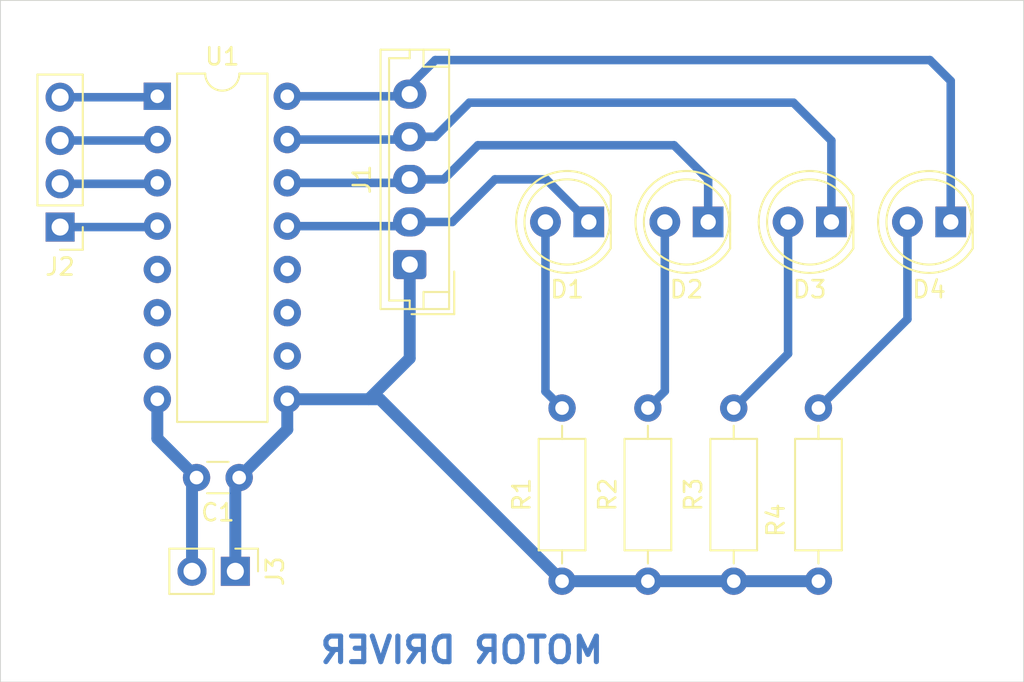
<source format=kicad_pcb>
(kicad_pcb (version 20240108) (generator "pcbnew") (generator_version "8.0")
  (layers (0 "F.Cu" signal) (31 "B.Cu" signal) (36 "B.SilkS" user "B.Silkscreen") (37 "F.SilkS" user "F.Silkscreen") (38 "B.Mask" user) (39 "F.Mask" user) (44 "Edge.Cuts" user))
  (net 0 "")
  (net 1 "GND")
  (net 2 "+5V")
  (net 3 "/LED1")
  (net 4 "/LED2")
  (net 5 "/LED3")
  (net 6 "/LED4")
  (net 7 "/OP3")
  (net 8 "/OP1")
  (net 9 "/OP2")
  (net 10 "/OP4")
  (net 11 "/IN4")
  (net 12 "/IN1")
  (net 13 "/IN2")
  (net 14 "/IN3")
  (footprint "LED_THT:LED_D5.0mm" (layer "F.Cu") (at 174.725 109 180)
    (property "Reference" "D3" (at 1.27 -3.96 0) (layer "F.SilkS"))
    (property "Value" "LED")
    (fp_line (start -1.29 -1.545) (end -1.29 1.545) (stroke (width 0.12)) (layer "F.SilkS"))
    (fp_arc (start 4.26 -0.000462) (mid 2.072002 2.880433) (end -1.29 1.54483) (stroke (width 0.12)) (layer "F.SilkS"))
    (fp_arc (start -1.29 -1.54483) (mid 2.072002 -2.880433) (end 4.26 0.000462) (stroke (width 0.12)) (layer "F.SilkS"))
    (fp_circle (center 1.27 0) (end 3.77 0) (stroke (width 0.12)) (fill none) (layer "F.SilkS"))
    (pad "1" thru_hole rect (at 0 0 180) (size 1.8 1.8) (drill 0.9) (layers "*.Cu" "*.Mask") (net 9 "/OP2"))
    (pad "2" thru_hole circle (at 2.54 0 180) (size 1.8 1.8) (drill 0.9) (layers "*.Cu" "*.Mask") (net 5 "/LED3"))
  )
  (footprint "LED_THT:LED_D5.0mm" (layer "F.Cu") (at 160.5 109 180)
    (property "Reference" "D1" (at 1.27 -3.96 0) (layer "F.SilkS"))
    (property "Value" "LED")
    (fp_line (start -1.29 -1.545) (end -1.29 1.545) (stroke (width 0.12)) (layer "F.SilkS"))
    (fp_arc (start 4.26 -0.000462) (mid 2.072002 2.880433) (end -1.29 1.54483) (stroke (width 0.12)) (layer "F.SilkS"))
    (fp_arc (start -1.29 -1.54483) (mid 2.072002 -2.880433) (end 4.26 0.000462) (stroke (width 0.12)) (layer "F.SilkS"))
    (fp_circle (center 1.27 0) (end 3.77 0) (stroke (width 0.12)) (fill none) (layer "F.SilkS"))
    (pad "1" thru_hole rect (at 0 0 180) (size 1.8 1.8) (drill 0.9) (layers "*.Cu" "*.Mask") (net 10 "/OP4"))
    (pad "2" thru_hole circle (at 2.54 0 180) (size 1.8 1.8) (drill 0.9) (layers "*.Cu" "*.Mask") (net 3 "/LED1"))
  )
  (footprint "Connector_PinHeader_2.54mm:PinHeader_1x02_P2.54mm_Vertical" (layer "F.Cu") (at 139.775 129.5 -90)
    (property "Reference" "J3" (at 0 -2.33 -90) (layer "F.SilkS"))
    (property "Value" "Conn_01x02_Pin")
    (fp_line (start -1.33 3.87) (end 1.33 3.87) (stroke (width 0.12)) (layer "F.SilkS"))
    (fp_line (start -1.33 1.27) (end -1.33 3.87) (stroke (width 0.12)) (layer "F.SilkS"))
    (fp_line (start -1.33 1.27) (end 1.33 1.27) (stroke (width 0.12)) (layer "F.SilkS"))
    (fp_line (start 1.33 1.27) (end 1.33 3.87) (stroke (width 0.12)) (layer "F.SilkS"))
    (fp_line (start -1.33 0) (end -1.33 -1.33) (stroke (width 0.12)) (layer "F.SilkS"))
    (fp_line (start -1.33 -1.33) (end 0 -1.33) (stroke (width 0.12)) (layer "F.SilkS"))
    (pad "1" thru_hole rect (at 0 0 270) (size 1.7 1.7) (drill 1) (layers "*.Cu" "*.Mask") (net 2 "+5V"))
    (pad "2" thru_hole oval (at 0 2.54 270) (size 1.7 1.7) (drill 1) (layers "*.Cu" "*.Mask") (net 1 "GND"))
  )
  (footprint "Connector_JST:JST_EH_B5B-EH-A_1x05_P2.50mm_Vertical" (layer "F.Cu") (at 150 111.5 90)
    (property "Reference" "J1" (at 5 -2.8 90) (layer "F.SilkS"))
    (property "Value" "Conn_01x05_Pin")
    (fp_line (start 12.61 -1.71) (end -2.61 -1.71) (stroke (width 0.12)) (layer "F.SilkS"))
    (fp_line (start -2.61 -1.71) (end -2.61 2.31) (stroke (width 0.12)) (layer "F.SilkS"))
    (fp_line (start 12.11 -1.21) (end 12.11 0) (stroke (width 0.12)) (layer "F.SilkS"))
    (fp_line (start -2.11 -1.21) (end 12.11 -1.21) (stroke (width 0.12)) (layer "F.SilkS"))
    (fp_line (start 12.11 0) (end 12.61 0) (stroke (width 0.12)) (layer "F.SilkS"))
    (fp_line (start -2.11 0) (end -2.11 -1.21) (stroke (width 0.12)) (layer "F.SilkS"))
    (fp_line (start -2.61 0) (end -2.11 0) (stroke (width 0.12)) (layer "F.SilkS"))
    (fp_line (start -2.91 0.11) (end -2.91 2.61) (stroke (width 0.12)) (layer "F.SilkS"))
    (fp_line (start 12.61 0.81) (end 11.61 0.81) (stroke (width 0.12)) (layer "F.SilkS"))
    (fp_line (start 11.61 0.81) (end 11.61 2.31) (stroke (width 0.12)) (layer "F.SilkS"))
    (fp_line (start -1.61 0.81) (end -1.61 2.31) (stroke (width 0.12)) (layer "F.SilkS"))
    (fp_line (start -2.61 0.81) (end -1.61 0.81) (stroke (width 0.12)) (layer "F.SilkS"))
    (fp_line (start 12.61 2.31) (end 12.61 -1.71) (stroke (width 0.12)) (layer "F.SilkS"))
    (fp_line (start -2.61 2.31) (end 12.61 2.31) (stroke (width 0.12)) (layer "F.SilkS"))
    (fp_line (start -2.91 2.61) (end -0.41 2.61) (stroke (width 0.12)) (layer "F.SilkS"))
    (pad "1" thru_hole roundrect (at 0 0 90) (size 1.7 1.95) (drill 0.95) (layers "*.Cu" "*.Mask") (roundrect_rratio 0.147059) (net 2 "+5V"))
    (pad "2" thru_hole oval (at 2.5 0 90) (size 1.7 1.95) (drill 0.95) (layers "*.Cu" "*.Mask") (net 10 "/OP4"))
    (pad "3" thru_hole oval (at 5 0 90) (size 1.7 1.95) (drill 0.95) (layers "*.Cu" "*.Mask") (net 7 "/OP3"))
    (pad "4" thru_hole oval (at 7.5 0 90) (size 1.7 1.95) (drill 0.95) (layers "*.Cu" "*.Mask") (net 9 "/OP2"))
    (pad "5" thru_hole oval (at 10 0 90) (size 1.7 1.95) (drill 0.95) (layers "*.Cu" "*.Mask") (net 8 "/OP1"))
  )
  (footprint "Resistor_THT:R_Axial_DIN0207_L6.3mm_D2.5mm_P10.16mm_Horizontal" (layer "F.Cu") (at 158.933334 130.08 90)
    (property "Reference" "R1" (at 5.08 -2.37 90) (layer "F.SilkS"))
    (property "Value" "1k")
    (fp_line (start 8.35 -1.37) (end 1.81 -1.37) (stroke (width 0.12)) (layer "F.SilkS"))
    (fp_line (start 1.81 -1.37) (end 1.81 1.37) (stroke (width 0.12)) (layer "F.SilkS"))
    (fp_line (start 9.12 0) (end 8.35 0) (stroke (width 0.12)) (layer "F.SilkS"))
    (fp_line (start 1.04 0) (end 1.81 0) (stroke (width 0.12)) (layer "F.SilkS"))
    (fp_line (start 8.35 1.37) (end 8.35 -1.37) (stroke (width 0.12)) (layer "F.SilkS"))
    (fp_line (start 1.81 1.37) (end 8.35 1.37) (stroke (width 0.12)) (layer "F.SilkS"))
    (pad "1" thru_hole circle (at 0 0 90) (size 1.6 1.6) (drill 0.8) (layers "*.Cu" "*.Mask") (net 2 "+5V"))
    (pad "2" thru_hole oval (at 10.16 0 90) (size 1.6 1.6) (drill 0.8) (layers "*.Cu" "*.Mask") (net 3 "/LED1"))
  )
  (footprint "Capacitor_THT:C_Disc_D3.0mm_W1.6mm_P2.50mm" (layer "F.Cu") (at 140 124 180)
    (property "Reference" "C1" (at 1.25 -2.05 360) (layer "F.SilkS"))
    (property "Value" "100uf")
    (fp_line (start 0.621 0.92) (end 1.879 0.92) (stroke (width 0.12)) (layer "F.SilkS"))
    (fp_line (start 0.621 -0.92) (end 1.879 -0.92) (stroke (width 0.12)) (layer "F.SilkS"))
    (pad "1" thru_hole circle (at 0 0 180) (size 1.6 1.6) (drill 0.8) (layers "*.Cu" "*.Mask") (net 2 "+5V"))
    (pad "2" thru_hole circle (at 2.5 0 180) (size 1.6 1.6) (drill 0.8) (layers "*.Cu" "*.Mask") (net 1 "GND"))
  )
  (footprint "Resistor_THT:R_Axial_DIN0207_L6.3mm_D2.5mm_P10.16mm_Horizontal" (layer "F.Cu") (at 163.966667 130.08 90)
    (property "Reference" "R2" (at 5.08 -2.37 90) (layer "F.SilkS"))
    (property "Value" "1k")
    (fp_line (start 8.35 -1.37) (end 1.81 -1.37) (stroke (width 0.12)) (layer "F.SilkS"))
    (fp_line (start 1.81 -1.37) (end 1.81 1.37) (stroke (width 0.12)) (layer "F.SilkS"))
    (fp_line (start 9.12 0) (end 8.35 0) (stroke (width 0.12)) (layer "F.SilkS"))
    (fp_line (start 1.04 0) (end 1.81 0) (stroke (width 0.12)) (layer "F.SilkS"))
    (fp_line (start 8.35 1.37) (end 8.35 -1.37) (stroke (width 0.12)) (layer "F.SilkS"))
    (fp_line (start 1.81 1.37) (end 8.35 1.37) (stroke (width 0.12)) (layer "F.SilkS"))
    (pad "1" thru_hole circle (at 0 0 90) (size 1.6 1.6) (drill 0.8) (layers "*.Cu" "*.Mask") (net 2 "+5V"))
    (pad "2" thru_hole oval (at 10.16 0 90) (size 1.6 1.6) (drill 0.8) (layers "*.Cu" "*.Mask") (net 4 "/LED2"))
  )
  (footprint "Resistor_THT:R_Axial_DIN0207_L6.3mm_D2.5mm_P10.16mm_Horizontal" (layer "F.Cu") (at 169 130.08 90)
    (property "Reference" "R3" (at 5.08 -2.37 90) (layer "F.SilkS"))
    (property "Value" "1k")
    (fp_line (start 8.35 -1.37) (end 1.81 -1.37) (stroke (width 0.12)) (layer "F.SilkS"))
    (fp_line (start 1.81 -1.37) (end 1.81 1.37) (stroke (width 0.12)) (layer "F.SilkS"))
    (fp_line (start 9.12 0) (end 8.35 0) (stroke (width 0.12)) (layer "F.SilkS"))
    (fp_line (start 1.04 0) (end 1.81 0) (stroke (width 0.12)) (layer "F.SilkS"))
    (fp_line (start 8.35 1.37) (end 8.35 -1.37) (stroke (width 0.12)) (layer "F.SilkS"))
    (fp_line (start 1.81 1.37) (end 8.35 1.37) (stroke (width 0.12)) (layer "F.SilkS"))
    (pad "1" thru_hole circle (at 0 0 90) (size 1.6 1.6) (drill 0.8) (layers "*.Cu" "*.Mask") (net 2 "+5V"))
    (pad "2" thru_hole oval (at 10.16 0 90) (size 1.6 1.6) (drill 0.8) (layers "*.Cu" "*.Mask") (net 5 "/LED3"))
  )
  (footprint "Package_DIP:DIP-16_W7.62mm" (layer "F.Cu") (at 135.2 101.625)
    (property "Reference" "U1" (at 3.81 -2.33 0) (layer "F.SilkS"))
    (property "Value" "ULN2003A")
    (fp_line (start 1.16 -1.33) (end 1.16 19.11) (stroke (width 0.12)) (layer "F.SilkS"))
    (fp_line (start 1.16 19.11) (end 6.46 19.11) (stroke (width 0.12)) (layer "F.SilkS"))
    (fp_line (start 2.81 -1.33) (end 1.16 -1.33) (stroke (width 0.12)) (layer "F.SilkS"))
    (fp_line (start 6.46 -1.33) (end 4.81 -1.33) (stroke (width 0.12)) (layer "F.SilkS"))
    (fp_line (start 6.46 19.11) (end 6.46 -1.33) (stroke (width 0.12)) (layer "F.SilkS"))
    (fp_arc (start 4.81 -1.33) (mid 3.81 -0.33) (end 2.81 -1.33) (stroke (width 0.12)) (layer "F.SilkS"))
    (pad "1" thru_hole rect (at 0 0) (size 1.6 1.6) (drill 0.8) (layers "*.Cu" "*.Mask") (net 11 "/IN4"))
    (pad "2" thru_hole oval (at 0 2.54) (size 1.6 1.6) (drill 0.8) (layers "*.Cu" "*.Mask") (net 14 "/IN3"))
    (pad "3" thru_hole oval (at 0 5.08) (size 1.6 1.6) (drill 0.8) (layers "*.Cu" "*.Mask") (net 13 "/IN2"))
    (pad "4" thru_hole oval (at 0 7.62) (size 1.6 1.6) (drill 0.8) (layers "*.Cu" "*.Mask") (net 12 "/IN1"))
    (pad "5" thru_hole oval (at 0 10.16) (size 1.6 1.6) (drill 0.8) (layers "*.Cu" "*.Mask"))
    (pad "6" thru_hole oval (at 0 12.7) (size 1.6 1.6) (drill 0.8) (layers "*.Cu" "*.Mask"))
    (pad "7" thru_hole oval (at 0 15.24) (size 1.6 1.6) (drill 0.8) (layers "*.Cu" "*.Mask"))
    (pad "8" thru_hole oval (at 0 17.78) (size 1.6 1.6) (drill 0.8) (layers "*.Cu" "*.Mask") (net 1 "GND"))
    (pad "9" thru_hole oval (at 7.62 17.78) (size 1.6 1.6) (drill 0.8) (layers "*.Cu" "*.Mask") (net 2 "+5V"))
    (pad "10" thru_hole oval (at 7.62 15.24) (size 1.6 1.6) (drill 0.8) (layers "*.Cu" "*.Mask"))
    (pad "11" thru_hole oval (at 7.62 12.7) (size 1.6 1.6) (drill 0.8) (layers "*.Cu" "*.Mask"))
    (pad "12" thru_hole oval (at 7.62 10.16) (size 1.6 1.6) (drill 0.8) (layers "*.Cu" "*.Mask"))
    (pad "13" thru_hole oval (at 7.62 7.62) (size 1.6 1.6) (drill 0.8) (layers "*.Cu" "*.Mask") (net 10 "/OP4"))
    (pad "14" thru_hole oval (at 7.62 5.08) (size 1.6 1.6) (drill 0.8) (layers "*.Cu" "*.Mask") (net 7 "/OP3"))
    (pad "15" thru_hole oval (at 7.62 2.54) (size 1.6 1.6) (drill 0.8) (layers "*.Cu" "*.Mask") (net 9 "/OP2"))
    (pad "16" thru_hole oval (at 7.62 0) (size 1.6 1.6) (drill 0.8) (layers "*.Cu" "*.Mask") (net 8 "/OP1"))
  )
  (footprint "Connector_PinHeader_2.54mm:PinHeader_1x04_P2.54mm_Vertical" (layer "F.Cu") (at 129.5 109.3 180)
    (property "Reference" "J2" (at 0 -2.33 0) (layer "F.SilkS"))
    (property "Value" "Conn_01x04_Pin")
    (fp_line (start 1.33 1.27) (end 1.33 8.95) (stroke (width 0.12)) (layer "F.SilkS"))
    (fp_line (start -1.33 8.95) (end 1.33 8.95) (stroke (width 0.12)) (layer "F.SilkS"))
    (fp_line (start -1.33 1.27) (end 1.33 1.27) (stroke (width 0.12)) (layer "F.SilkS"))
    (fp_line (start -1.33 1.27) (end -1.33 8.95) (stroke (width 0.12)) (layer "F.SilkS"))
    (fp_line (start -1.33 0) (end -1.33 -1.33) (stroke (width 0.12)) (layer "F.SilkS"))
    (fp_line (start -1.33 -1.33) (end 0 -1.33) (stroke (width 0.12)) (layer "F.SilkS"))
    (pad "1" thru_hole rect (at 0 0 180) (size 1.7 1.7) (drill 1) (layers "*.Cu" "*.Mask") (net 12 "/IN1"))
    (pad "2" thru_hole oval (at 0 2.54 180) (size 1.7 1.7) (drill 1) (layers "*.Cu" "*.Mask") (net 13 "/IN2"))
    (pad "3" thru_hole oval (at 0 5.08 180) (size 1.7 1.7) (drill 1) (layers "*.Cu" "*.Mask") (net 14 "/IN3"))
    (pad "4" thru_hole oval (at 0 7.62 180) (size 1.7 1.7) (drill 1) (layers "*.Cu" "*.Mask") (net 11 "/IN4"))
  )
  (footprint "LED_THT:LED_D5.0mm" (layer "F.Cu") (at 167.5 109 180)
    (property "Reference" "D2" (at 1.27 -3.96 0) (layer "F.SilkS"))
    (property "Value" "LED")
    (fp_line (start -1.29 -1.545) (end -1.29 1.545) (stroke (width 0.12)) (layer "F.SilkS"))
    (fp_arc (start 4.26 -0.000462) (mid 2.072002 2.880433) (end -1.29 1.54483) (stroke (width 0.12)) (layer "F.SilkS"))
    (fp_arc (start -1.29 -1.54483) (mid 2.072002 -2.880433) (end 4.26 0.000462) (stroke (width 0.12)) (layer "F.SilkS"))
    (fp_circle (center 1.27 0) (end 3.77 0) (stroke (width 0.12)) (fill none) (layer "F.SilkS"))
    (pad "1" thru_hole rect (at 0 0 180) (size 1.8 1.8) (drill 0.9) (layers "*.Cu" "*.Mask") (net 7 "/OP3"))
    (pad "2" thru_hole circle (at 2.54 0 180) (size 1.8 1.8) (drill 0.9) (layers "*.Cu" "*.Mask") (net 4 "/LED2"))
  )
  (footprint "LED_THT:LED_D5.0mm" (layer "F.Cu") (at 181.725 109 180)
    (property "Reference" "D4" (at 1.27 -3.96 0) (layer "F.SilkS"))
    (property "Value" "LED")
    (fp_line (start -1.29 -1.545) (end -1.29 1.545) (stroke (width 0.12)) (layer "F.SilkS"))
    (fp_arc (start 4.26 -0.000462) (mid 2.072002 2.880433) (end -1.29 1.54483) (stroke (width 0.12)) (layer "F.SilkS"))
    (fp_arc (start -1.29 -1.54483) (mid 2.072002 -2.880433) (end 4.26 0.000462) (stroke (width 0.12)) (layer "F.SilkS"))
    (fp_circle (center 1.27 0) (end 3.77 0) (stroke (width 0.12)) (fill none) (layer "F.SilkS"))
    (pad "1" thru_hole rect (at 0 0 180) (size 1.8 1.8) (drill 0.9) (layers "*.Cu" "*.Mask") (net 8 "/OP1"))
    (pad "2" thru_hole circle (at 2.54 0 180) (size 1.8 1.8) (drill 0.9) (layers "*.Cu" "*.Mask") (net 6 "/LED4"))
  )
  (footprint "Resistor_THT:R_Axial_DIN0207_L6.3mm_D2.5mm_P10.16mm_Horizontal" (layer "F.Cu") (at 173.966667 130.08 90)
    (property "Reference" "R4" (at 3.58 -2.5 90) (layer "F.SilkS"))
    (property "Value" "1k")
    (fp_line (start 8.35 -1.37) (end 1.81 -1.37) (stroke (width 0.12)) (layer "F.SilkS"))
    (fp_line (start 1.81 -1.37) (end 1.81 1.37) (stroke (width 0.12)) (layer "F.SilkS"))
    (fp_line (start 9.12 0) (end 8.35 0) (stroke (width 0.12)) (layer "F.SilkS"))
    (fp_line (start 1.04 0) (end 1.81 0) (stroke (width 0.12)) (layer "F.SilkS"))
    (fp_line (start 8.35 1.37) (end 8.35 -1.37) (stroke (width 0.12)) (layer "F.SilkS"))
    (fp_line (start 1.81 1.37) (end 8.35 1.37) (stroke (width 0.12)) (layer "F.SilkS"))
    (pad "1" thru_hole circle (at 0 0 90) (size 1.6 1.6) (drill 0.8) (layers "*.Cu" "*.Mask") (net 2 "+5V"))
    (pad "2" thru_hole oval (at 10.16 0 90) (size 1.6 1.6) (drill 0.8) (layers "*.Cu" "*.Mask") (net 6 "/LED4"))
  )
  (gr_rect (start 126 96) (end 186 136) (stroke (width 0.05)) (fill none) (layer "Edge.Cuts"))
  (gr_text "MOTOR DRIVER" (at 161.5 135 0) (layer "B.Cu") (effects (font (size 1.5 1.5) (thickness 0.3) (bold yes)) (justify left bottom mirror)))
  (segment (start 135.2 121.7) (end 137.5 124) (width 0.7) (layer "B.Cu") (net 1))
  (segment (start 137.235 129.5) (end 137.235 124.265) (width 0.7) (layer "B.Cu") (net 1))
  (segment (start 135.2 119.405) (end 135.2 121.7) (width 0.7) (layer "B.Cu") (net 1))
  (segment (start 137.235 124.265) (end 137.5 124) (width 0.7) (layer "B.Cu") (net 1))
  (segment (start 140 129.5) (end 140.08 129.58) (width 0.7) (layer "B.Cu") (net 2))
  (segment (start 139.775 124.225) (end 140 124) (width 0.7) (layer "B.Cu") (net 2))
  (segment (start 148.258334 119.405) (end 147.595 119.405) (width 0.7) (layer "B.Cu") (net 2))
  (segment (start 158.933334 130.08) (end 173.966667 130.08) (width 0.7) (layer "B.Cu") (net 2))
  (segment (start 142.82 119.405) (end 147.595 119.405) (width 0.7) (layer "B.Cu") (net 2))
  (segment (start 139.775 129.5) (end 140 129.5) (width 0.7) (layer "B.Cu") (net 2))
  (segment (start 142.82 119.405) (end 142.82 121.18) (width 0.7) (layer "B.Cu") (net 2))
  (segment (start 147.595 119.405) (end 150 117) (width 0.7) (layer "B.Cu") (net 2))
  (segment (start 139.775 129.5) (end 139.775 124.225) (width 0.7) (layer "B.Cu") (net 2))
  (segment (start 142.82 121.18) (end 140 124) (width 0.7) (layer "B.Cu") (net 2))
  (segment (start 158.933334 130.08) (end 148.258334 119.405) (width 0.7) (layer "B.Cu") (net 2))
  (segment (start 150 117) (end 150 111.5) (width 0.7) (layer "B.Cu") (net 2))
  (segment (start 157.96 118.946666) (end 158.933334 119.92) (width 0.5) (layer "B.Cu") (net 3))
  (segment (start 158.085 109.125) (end 157.96 109) (width 0.5) (layer "B.Cu") (net 3))
  (segment (start 157.96 109) (end 157.96 118.946666) (width 0.5) (layer "B.Cu") (net 3))
  (segment (start 164.96 118.926667) (end 163.966667 119.92) (width 0.5) (layer "B.Cu") (net 4))
  (segment (start 164.96 109) (end 164.96 118.926667) (width 0.5) (layer "B.Cu") (net 4))
  (segment (start 172.185 116.735) (end 169 119.92) (width 0.5) (layer "B.Cu") (net 5))
  (segment (start 172.185 109) (end 172.185 116.735) (width 0.5) (layer "B.Cu") (net 5))
  (segment (start 179.185 109) (end 179.185 114.701667) (width 0.5) (layer "B.Cu") (net 6))
  (segment (start 179.185 114.701667) (end 173.966667 119.92) (width 0.5) (layer "B.Cu") (net 6))
  (segment (start 150 106.5) (end 152 106.5) (width 0.5) (layer "B.Cu") (net 7))
  (segment (start 154 104.5) (end 165.5 104.5) (width 0.5) (layer "B.Cu") (net 7))
  (segment (start 152 106.5) (end 154 104.5) (width 0.5) (layer "B.Cu") (net 7))
  (segment (start 167.5 106.5) (end 167.5 109) (width 0.5) (layer "B.Cu") (net 7))
  (segment (start 142.82 106.705) (end 149.795 106.705) (width 0.5) (layer "B.Cu") (net 7))
  (segment (start 149.795 106.705) (end 150 106.5) (width 0.5) (layer "B.Cu") (net 7))
  (segment (start 165.5 104.5) (end 167.5 106.5) (width 0.5) (layer "B.Cu") (net 7))
  (segment (start 143.025 106.5) (end 142.82 106.705) (width 0.5) (layer "B.Cu") (net 7))
  (segment (start 150 101) (end 151.5 99.5) (width 0.5) (layer "B.Cu") (net 8))
  (segment (start 180.5 99.5) (end 181.725 100.725) (width 0.5) (layer "B.Cu") (net 8))
  (segment (start 181.725 100.725) (end 181.725 109) (width 0.5) (layer "B.Cu") (net 8))
  (segment (start 150 101.5) (end 150 101) (width 0.5) (layer "B.Cu") (net 8))
  (segment (start 149.875 101.625) (end 150 101.5) (width 0.5) (layer "B.Cu") (net 8))
  (segment (start 142.945 101.5) (end 142.82 101.625) (width 0.5) (layer "B.Cu") (net 8))
  (segment (start 151.5 99.5) (end 180.5 99.5) (width 0.5) (layer "B.Cu") (net 8))
  (segment (start 142.82 101.625) (end 149.875 101.625) (width 0.5) (layer "B.Cu") (net 8))
  (segment (start 150 104) (end 151.5 104) (width 0.5) (layer "B.Cu") (net 9))
  (segment (start 151.5 104) (end 153.5 102) (width 0.5) (layer "B.Cu") (net 9))
  (segment (start 174.725 104.225) (end 174.725 109) (width 0.5) (layer "B.Cu") (net 9))
  (segment (start 149.835 104.165) (end 150 104) (width 0.5) (layer "B.Cu") (net 9))
  (segment (start 142.985 104) (end 142.82 104.165) (width 0.5) (layer "B.Cu") (net 9))
  (segment (start 150.066667 103.933333) (end 150 104) (width 0.5) (layer "B.Cu") (net 9))
  (segment (start 172.5 102) (end 174.725 104.225) (width 0.5) (layer "B.Cu") (net 9))
  (segment (start 153.5 102) (end 172.5 102) (width 0.5) (layer "B.Cu") (net 9))
  (segment (start 142.82 104.165) (end 149.835 104.165) (width 0.5) (layer "B.Cu") (net 9))
  (segment (start 150 109) (end 152.5 109) (width 0.5) (layer "B.Cu") (net 10))
  (segment (start 143.065 109) (end 142.82 109.245) (width 0.5) (layer "B.Cu") (net 10))
  (segment (start 158 106.5) (end 160.5 109) (width 0.5) (layer "B.Cu") (net 10))
  (segment (start 149.755 109.245) (end 150 109) (width 0.5) (layer "B.Cu") (net 10))
  (segment (start 155 106.5) (end 158 106.5) (width 0.5) (layer "B.Cu") (net 10))
  (segment (start 142.82 109.245) (end 149.755 109.245) (width 0.5) (layer "B.Cu") (net 10))
  (segment (start 152.5 109) (end 155 106.5) (width 0.5) (layer "B.Cu") (net 10))
  (segment (start 135.145 101.68) (end 135.2 101.625) (width 0.5) (layer "B.Cu") (net 11))
  (segment (start 129.5 101.68) (end 135.145 101.68) (width 0.5) (layer "B.Cu") (net 11))
  (segment (start 135.145 109.3) (end 135.2 109.245) (width 0.5) (layer "B.Cu") (net 12))
  (segment (start 129.5 109.3) (end 135.145 109.3) (width 0.5) (layer "B.Cu") (net 12))
  (segment (start 135.145 106.76) (end 135.2 106.705) (width 0.5) (layer "B.Cu") (net 13))
  (segment (start 129.5 106.76) (end 135.145 106.76) (width 0.5) (layer "B.Cu") (net 13))
  (segment (start 135.145 104.22) (end 135.2 104.165) (width 0.5) (layer "B.Cu") (net 14))
  (segment (start 129.5 104.22) (end 135.145 104.22) (width 0.5) (layer "B.Cu") (net 14))
)
</source>
